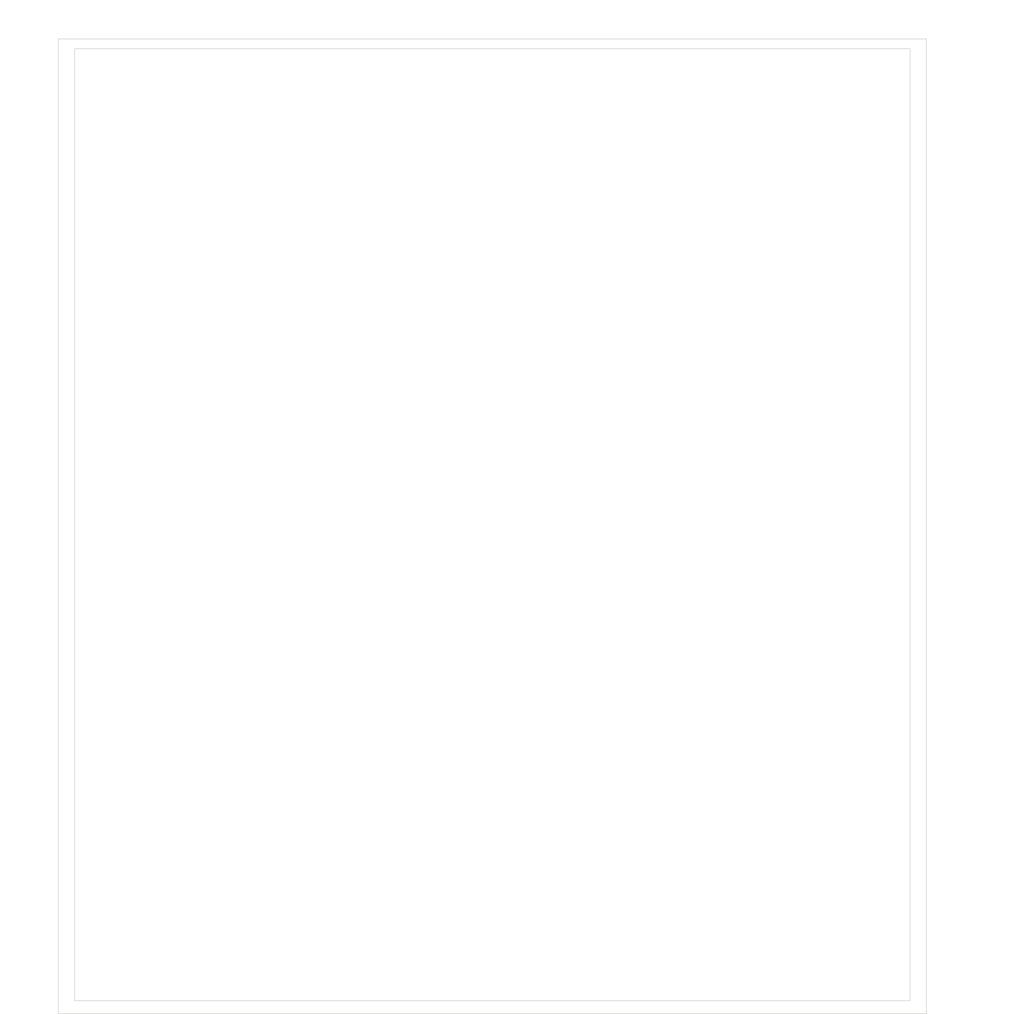
<source format=kicad_pcb>
(kicad_pcb (version 20171130) (host pcbnew "(5.1.5)-3")

  (general
    (thickness 1.6)
    (drawings 86)
    (tracks 0)
    (zones 0)
    (modules 0)
    (nets 1)
  )

  (page C)
  (title_block
    (title microRusEfi_panel)
    (date 2020-06-07)
    (rev R0.5.1)
  )

  (layers
    (0 F.Cu signal)
    (31 B.Cu signal)
    (32 B.Adhes user)
    (33 F.Adhes user)
    (34 B.Paste user)
    (35 F.Paste user)
    (36 B.SilkS user)
    (37 F.SilkS user)
    (38 B.Mask user)
    (39 F.Mask user)
    (40 Dwgs.User user)
    (41 Cmts.User user)
    (42 Eco1.User user)
    (43 Eco2.User user)
    (44 Edge.Cuts user)
    (45 Margin user)
    (46 B.CrtYd user)
    (47 F.CrtYd user)
    (48 B.Fab user)
    (49 F.Fab user)
  )

  (setup
    (last_trace_width 0.2032)
    (user_trace_width 0.2032)
    (user_trace_width 0.2159)
    (user_trace_width 0.2159)
    (user_trace_width 0.3048)
    (user_trace_width 0.4064)
    (user_trace_width 0.55)
    (user_trace_width 0.6)
    (user_trace_width 1.0668)
    (user_trace_width 1.651)
    (user_trace_width 1.6764)
    (user_trace_width 2.7178)
    (user_trace_width 0.2032)
    (user_trace_width 0.2159)
    (user_trace_width 0.2159)
    (user_trace_width 0.3048)
    (user_trace_width 0.4064)
    (user_trace_width 0.55)
    (user_trace_width 0.6)
    (user_trace_width 1.0668)
    (user_trace_width 1.651)
    (user_trace_width 1.6764)
    (user_trace_width 2.7178)
    (user_trace_width 0.2032)
    (user_trace_width 0.2159)
    (user_trace_width 0.2159)
    (user_trace_width 0.3048)
    (user_trace_width 0.4064)
    (user_trace_width 0.55)
    (user_trace_width 0.6)
    (user_trace_width 1.0668)
    (user_trace_width 1.651)
    (user_trace_width 1.6764)
    (user_trace_width 2.7178)
    (trace_clearance 0.1524)
    (zone_clearance 0.2286)
    (zone_45_only no)
    (trace_min 0.2032)
    (via_size 0.6)
    (via_drill 0.3)
    (via_min_size 0.2)
    (via_min_drill 0.3)
    (user_via 0.6 0.3)
    (user_via 0.78994 0.43434)
    (user_via 1 0.5)
    (user_via 1.54178 1.18618)
    (user_via 0.6 0.3)
    (user_via 0.78994 0.43434)
    (user_via 1 0.5)
    (user_via 1.54178 1.18618)
    (user_via 0.6 0.3)
    (user_via 0.78994 0.43434)
    (user_via 1 0.5)
    (user_via 1.54178 1.18618)
    (uvia_size 0.508)
    (uvia_drill 0.127)
    (uvias_allowed no)
    (uvia_min_size 0.508)
    (uvia_min_drill 0.127)
    (edge_width 0.2)
    (segment_width 0.2)
    (pcb_text_width 0.3)
    (pcb_text_size 1.5 1.5)
    (mod_edge_width 0.25)
    (mod_text_size 0.75 0.75)
    (mod_text_width 0.13)
    (pad_size 2 3.8)
    (pad_drill 0)
    (pad_to_mask_clearance 0.000076)
    (aux_axis_origin 0 0)
    (visible_elements 7FFDB67F)
    (pcbplotparams
      (layerselection 0x010fc_ffffffff)
      (usegerberextensions false)
      (usegerberattributes true)
      (usegerberadvancedattributes false)
      (creategerberjobfile false)
      (excludeedgelayer false)
      (linewidth 0.100000)
      (plotframeref false)
      (viasonmask false)
      (mode 1)
      (useauxorigin true)
      (hpglpennumber 1)
      (hpglpenspeed 20)
      (hpglpendiameter 15.000000)
      (psnegative false)
      (psa4output false)
      (plotreference true)
      (plotvalue true)
      (plotinvisibletext false)
      (padsonsilk false)
      (subtractmaskfromsilk false)
      (outputformat 1)
      (mirror false)
      (drillshape 0)
      (scaleselection 1)
      (outputdirectory "gerbers/0.5.0/"))
  )

  (net 0 "")

  (net_class Default "This is the default net class."
    (clearance 0.1524)
    (trace_width 0.2032)
    (via_dia 0.6)
    (via_drill 0.3)
    (uvia_dia 0.508)
    (uvia_drill 0.127)
    (diff_pair_width 0.2032)
    (diff_pair_gap 0.25)
  )

  (net_class "1A EXTERNAL" ""
    (clearance 0.1905)
    (trace_width 0.3048)
    (via_dia 0.6858)
    (via_drill 0.3302)
    (uvia_dia 0.508)
    (uvia_drill 0.127)
    (diff_pair_width 0.2032)
    (diff_pair_gap 0.25)
  )

  (net_class "2.5A EXTERNAL" ""
    (clearance 0.1905)
    (trace_width 1.0668)
    (via_dia 0.6858)
    (via_drill 0.3302)
    (uvia_dia 0.508)
    (uvia_drill 0.127)
    (diff_pair_width 0.2032)
    (diff_pair_gap 0.25)
  )

  (net_class "3,5A EXT HIGH VOLTAGE" ""
    (clearance 1.016)
    (trace_width 1.6764)
    (via_dia 0.6858)
    (via_drill 0.3302)
    (uvia_dia 0.508)
    (uvia_drill 0.127)
    (diff_pair_width 0.2032)
    (diff_pair_gap 0.25)
  )

  (net_class "3.5A EXTERNAL" ""
    (clearance 0.1905)
    (trace_width 1.651)
    (via_dia 1.0922)
    (via_drill 0.6858)
    (uvia_dia 0.508)
    (uvia_drill 0.127)
    (diff_pair_width 0.2032)
    (diff_pair_gap 0.25)
  )

  (net_class "5A EXTERNAL" ""
    (clearance 0.2159)
    (trace_width 1.0668)
    (via_dia 1.54178)
    (via_drill 1.18618)
    (uvia_dia 0.508)
    (uvia_drill 0.127)
    (diff_pair_width 0.2032)
    (diff_pair_gap 0.25)
  )

  (net_class CUSTOM ""
    (clearance 0.1524)
    (trace_width 0.25)
    (via_dia 0.6)
    (via_drill 0.3)
    (uvia_dia 0.508)
    (uvia_drill 0.127)
    (diff_pair_width 0.2032)
    (diff_pair_gap 0.25)
  )

  (net_class "CUSTOM 0.6" ""
    (clearance 0.1524)
    (trace_width 0.6)
    (via_dia 1)
    (via_drill 0.4)
    (uvia_dia 0.508)
    (uvia_drill 0.127)
    (diff_pair_width 0.2032)
    (diff_pair_gap 0.25)
  )

  (net_class MIN_EXTERN_188A ""
    (clearance 0.1524)
    (trace_width 0.2032)
    (via_dia 0.6858)
    (via_drill 0.3302)
    (uvia_dia 0.508)
    (uvia_drill 0.127)
    (diff_pair_width 0.2032)
    (diff_pair_gap 0.25)
  )

  (net_class MIN_EXTERN_241A ""
    (clearance 0.1524)
    (trace_width 0.2159)
    (via_dia 0.6)
    (via_drill 0.3)
    (uvia_dia 0.508)
    (uvia_drill 0.127)
    (diff_pair_width 0.2032)
    (diff_pair_gap 0.25)
  )

  (gr_line (start 58 327) (end 58 332) (layer Eco1.User) (width 0.15) (tstamp 5EE17305))
  (gr_line (start 192 327) (end 192 332) (layer Eco1.User) (width 0.15) (tstamp 5EE17304))
  (gr_line (start 81 327) (end 81 332) (layer Eco1.User) (width 0.15) (tstamp 5EE17303))
  (gr_line (start 107 327) (end 107 332) (layer Eco1.User) (width 0.15) (tstamp 5EE17302))
  (gr_line (start 143 327) (end 143 332) (layer Eco1.User) (width 0.15) (tstamp 5EE17301))
  (gr_line (start 228 327) (end 228 332) (layer Eco1.User) (width 0.15) (tstamp 5EE17300))
  (gr_line (start 166 327) (end 166 332) (layer Eco1.User) (width 0.15) (tstamp 5EE172FF))
  (gr_line (start 277 327) (end 277 332) (layer Eco1.User) (width 0.15) (tstamp 5EE172FE))
  (gr_line (start 251 327) (end 251 332) (layer Eco1.User) (width 0.15) (tstamp 5EE172FD))
  (gr_line (start 166 36) (end 166 41) (layer Eco1.User) (width 0.15) (tstamp 5EE172F3))
  (gr_line (start 251 36) (end 251 41) (layer Eco1.User) (width 0.15) (tstamp 5EE172F2))
  (gr_line (start 81 36) (end 81 41) (layer Eco1.User) (width 0.15) (tstamp 5EE172F1))
  (gr_line (start 107 36) (end 107 41) (layer Eco1.User) (width 0.15) (tstamp 5EE172F0))
  (gr_line (start 58 36) (end 58 41) (layer Eco1.User) (width 0.15) (tstamp 5EE172EF))
  (gr_line (start 143 36) (end 143 41) (layer Eco1.User) (width 0.15) (tstamp 5EE172EE))
  (gr_line (start 277 36) (end 277 41) (layer Eco1.User) (width 0.15) (tstamp 5EE172ED))
  (gr_line (start 192 36) (end 192 41) (layer Eco1.User) (width 0.15) (tstamp 5EE172EC))
  (gr_line (start 228 36) (end 228 41) (layer Eco1.User) (width 0.15) (tstamp 5EE172EB))
  (gr_line (start 251 133) (end 251 138) (layer Eco1.User) (width 0.15) (tstamp 5EE172E1))
  (gr_line (start 143 133) (end 143 138) (layer Eco1.User) (width 0.15) (tstamp 5EE172E0))
  (gr_line (start 228 133) (end 228 138) (layer Eco1.User) (width 0.15) (tstamp 5EE172DF))
  (gr_line (start 192 133) (end 192 138) (layer Eco1.User) (width 0.15) (tstamp 5EE172DE))
  (gr_line (start 277 133) (end 277 138) (layer Eco1.User) (width 0.15) (tstamp 5EE172DD))
  (gr_line (start 58 133) (end 58 138) (layer Eco1.User) (width 0.15) (tstamp 5EE172DC))
  (gr_line (start 81 133) (end 81 138) (layer Eco1.User) (width 0.15) (tstamp 5EE172DB))
  (gr_line (start 107 133) (end 107 138) (layer Eco1.User) (width 0.15) (tstamp 5EE172DA))
  (gr_line (start 166 133) (end 166 138) (layer Eco1.User) (width 0.15) (tstamp 5EE172D9))
  (gr_line (start 228 230) (end 228 235) (layer Eco1.User) (width 0.15) (tstamp 5EE16ADE))
  (gr_line (start 277 230) (end 277 235) (layer Eco1.User) (width 0.15) (tstamp 5EE16ADD))
  (gr_line (start 251 230) (end 251 235) (layer Eco1.User) (width 0.15) (tstamp 5EE16ADC))
  (gr_line (start 143 230) (end 143 235) (layer Eco1.User) (width 0.15) (tstamp 5EE16AD8))
  (gr_line (start 166 230) (end 166 235) (layer Eco1.User) (width 0.15) (tstamp 5EE16AD7))
  (gr_line (start 192 230) (end 192 235) (layer Eco1.User) (width 0.15) (tstamp 5EE16AD6))
  (gr_line (start 81 230) (end 81 235) (layer Eco1.User) (width 0.15))
  (gr_line (start 107 230) (end 107 235) (layer Eco1.User) (width 0.15))
  (gr_line (start 58 230) (end 58 235) (layer Eco1.User) (width 0.15))
  (gr_line (start 300 335) (end 33 335) (layer Edge.Cuts) (width 0.2))
  (gr_line (start 38 331) (end 295 331) (layer Edge.Cuts) (width 0.2) (tstamp 5EE16AC7))
  (gr_line (start 122 251) (end 127 251) (layer Eco1.User) (width 0.15) (tstamp 5EE0EE4B))
  (gr_line (start 122 299) (end 127 299) (layer Eco1.User) (width 0.15) (tstamp 5EE0EA61))
  (gr_line (start 292 275) (end 297 275) (layer Eco1.User) (width 0.15) (tstamp 5EE0EA59))
  (gr_line (start 122 275) (end 127 275) (layer Eco1.User) (width 0.15) (tstamp 5EE0EA58))
  (gr_line (start 37 299) (end 42 299) (layer Eco1.User) (width 0.15) (tstamp 5EE0EA57))
  (gr_line (start 37 275) (end 42 275) (layer Eco1.User) (width 0.15) (tstamp 5EE0EA56))
  (gr_line (start 207 299) (end 212 299) (layer Eco1.User) (width 0.15) (tstamp 5EE0EA55))
  (gr_line (start 37 251) (end 42 251) (layer Eco1.User) (width 0.15) (tstamp 5EE0EA54))
  (gr_line (start 207 275) (end 212 275) (layer Eco1.User) (width 0.15) (tstamp 5EE0EA53))
  (gr_line (start 292 299) (end 297 299) (layer Eco1.User) (width 0.15) (tstamp 5EE0EA4D))
  (gr_line (start 207 251) (end 212 251) (layer Eco1.User) (width 0.15) (tstamp 5EE0E261))
  (gr_line (start 292 251) (end 297 251) (layer Eco1.User) (width 0.15) (tstamp 5EE0E260))
  (gr_line (start 122 202) (end 127 202) (layer Eco1.User) (width 0.15) (tstamp 5EDFE425))
  (gr_line (start 122 178) (end 127 178) (layer Eco1.User) (width 0.15) (tstamp 5EDFE424))
  (gr_line (start 37 202) (end 42 202) (layer Eco1.User) (width 0.15) (tstamp 5EDFE423))
  (gr_line (start 37 178) (end 42 178) (layer Eco1.User) (width 0.15) (tstamp 5EDFE422))
  (gr_line (start 37 154) (end 42 154) (layer Eco1.User) (width 0.15) (tstamp 5EDFE421))
  (gr_line (start 207 202) (end 212 202) (layer Eco1.User) (width 0.15) (tstamp 5EDFE420))
  (gr_line (start 292 178) (end 297 178) (layer Eco1.User) (width 0.15) (tstamp 5EDFE41F))
  (gr_line (start 292 202) (end 297 202) (layer Eco1.User) (width 0.15) (tstamp 5EDFE41E))
  (gr_line (start 207 178) (end 212 178) (layer Eco1.User) (width 0.15) (tstamp 5EDFE41D))
  (gr_line (start 207 154) (end 212 154) (layer Eco1.User) (width 0.15) (tstamp 5EDFE41C))
  (gr_line (start 292 154) (end 297 154) (layer Eco1.User) (width 0.15) (tstamp 5EDFE41B))
  (gr_line (start 122 154) (end 127 154) (layer Eco1.User) (width 0.15) (tstamp 5EDFDF54))
  (gr_line (start 300 35) (end 33 35) (layer Edge.Cuts) (width 0.2))
  (gr_line (start 38 38) (end 295 38) (layer Edge.Cuts) (width 0.2))
  (gr_line (start 292 57) (end 297 57) (layer Eco1.User) (width 0.15) (tstamp 5EDE4966))
  (gr_line (start 292 105) (end 297 105) (layer Eco1.User) (width 0.15) (tstamp 5EDE4965))
  (gr_line (start 292 81) (end 297 81) (layer Eco1.User) (width 0.15) (tstamp 5EDE4964))
  (gr_line (start 207 105) (end 212 105) (layer Eco1.User) (width 0.15) (tstamp 5EDE4960))
  (gr_line (start 207 57) (end 212 57) (layer Eco1.User) (width 0.15) (tstamp 5EDE495F))
  (gr_line (start 207 81) (end 212 81) (layer Eco1.User) (width 0.15) (tstamp 5EDE495E))
  (gr_line (start 37 57) (end 42 57) (layer Eco1.User) (width 0.15) (tstamp 5EDE495A))
  (gr_line (start 37 81) (end 42 81) (layer Eco1.User) (width 0.15) (tstamp 5EDE4959))
  (gr_line (start 37 105) (end 42 105) (layer Eco1.User) (width 0.15) (tstamp 5EDE4958))
  (gr_line (start 122 81) (end 127 81) (layer Eco1.User) (width 0.15))
  (gr_line (start 122 105) (end 127 105) (layer Eco1.User) (width 0.15))
  (gr_line (start 122 57) (end 127 57) (layer Eco1.User) (width 0.15))
  (gr_line (start 295 38) (end 295 331) (layer Edge.Cuts) (width 0.2) (tstamp 5EE04BDA))
  (gr_line (start 300 335) (end 300 35) (layer Edge.Cuts) (width 0.2) (tstamp 5EE04BD9))
  (gr_line (start 38 331) (end 38 38) (layer Edge.Cuts) (width 0.2) (tstamp 5EE04BCE))
  (gr_line (start 33 35) (end 33 335) (layer Edge.Cuts) (width 0.2))
  (dimension 100 (width 0.1) (layer Dwgs.User) (tstamp 5EE04BCA)
    (gr_text "100.000 mm" (at 80 23.75) (layer Dwgs.User) (tstamp 5EE04BCA)
      (effects (font (size 1 1) (thickness 0.15)))
    )
    (feature1 (pts (xy 130 35) (xy 130 24.413579)))
    (feature2 (pts (xy 30 35) (xy 30 24.413579)))
    (crossbar (pts (xy 30 25) (xy 130 25)))
    (arrow1a (pts (xy 130 25) (xy 128.873496 25.586421)))
    (arrow1b (pts (xy 130 25) (xy 128.873496 24.413579)))
    (arrow2a (pts (xy 30 25) (xy 31.126504 25.586421)))
    (arrow2b (pts (xy 30 25) (xy 31.126504 24.413579)))
  )
  (dimension 100 (width 0.1) (layer Dwgs.User) (tstamp 5EE04BC3)
    (gr_text "100.000 mm" (at 180 23.75) (layer Dwgs.User) (tstamp 5EE04BC3)
      (effects (font (size 1 1) (thickness 0.15)))
    )
    (feature1 (pts (xy 230 35) (xy 230 24.413579)))
    (feature2 (pts (xy 130 35) (xy 130 24.413579)))
    (crossbar (pts (xy 130 25) (xy 230 25)))
    (arrow1a (pts (xy 230 25) (xy 228.873496 25.586421)))
    (arrow1b (pts (xy 230 25) (xy 228.873496 24.413579)))
    (arrow2a (pts (xy 130 25) (xy 131.126504 25.586421)))
    (arrow2b (pts (xy 130 25) (xy 131.126504 24.413579)))
  )
  (dimension 100 (width 0.1) (layer Dwgs.User)
    (gr_text "100.000 mm" (at 18.750001 285 270) (layer Dwgs.User)
      (effects (font (size 1 1) (thickness 0.15)))
    )
    (feature1 (pts (xy 30 335) (xy 19.41358 335)))
    (feature2 (pts (xy 30 235) (xy 19.41358 235)))
    (crossbar (pts (xy 20.000001 235) (xy 20.000001 335)))
    (arrow1a (pts (xy 20.000001 335) (xy 19.41358 333.873496)))
    (arrow1b (pts (xy 20.000001 335) (xy 20.586422 333.873496)))
    (arrow2a (pts (xy 20.000001 235) (xy 19.41358 236.126504)))
    (arrow2b (pts (xy 20.000001 235) (xy 20.586422 236.126504)))
  )
  (dimension 100 (width 0.1) (layer Dwgs.User)
    (gr_text "100.000 mm" (at 18.750001 185 270) (layer Dwgs.User)
      (effects (font (size 1 1) (thickness 0.15)))
    )
    (feature1 (pts (xy 30 235) (xy 19.41358 235)))
    (feature2 (pts (xy 30 135) (xy 19.41358 135)))
    (crossbar (pts (xy 20.000001 135) (xy 20.000001 235)))
    (arrow1a (pts (xy 20.000001 235) (xy 19.41358 233.873496)))
    (arrow1b (pts (xy 20.000001 235) (xy 20.586422 233.873496)))
    (arrow2a (pts (xy 20.000001 135) (xy 19.41358 136.126504)))
    (arrow2b (pts (xy 20.000001 135) (xy 20.586422 136.126504)))
  )
  (dimension 100 (width 0.1) (layer Dwgs.User)
    (gr_text "100.000 mm" (at 18.75 85 270) (layer Dwgs.User)
      (effects (font (size 1 1) (thickness 0.15)))
    )
    (feature1 (pts (xy 30 135) (xy 19.413579 135)))
    (feature2 (pts (xy 30 35) (xy 19.413579 35)))
    (crossbar (pts (xy 20 35) (xy 20 135)))
    (arrow1a (pts (xy 20 135) (xy 19.413579 133.873496)))
    (arrow1b (pts (xy 20 135) (xy 20.586421 133.873496)))
    (arrow2a (pts (xy 20 35) (xy 19.413579 36.126504)))
    (arrow2b (pts (xy 20 35) (xy 20.586421 36.126504)))
  )
  (dimension 100 (width 0.1) (layer Dwgs.User)
    (gr_text "100.000 mm" (at 280 23.75) (layer Dwgs.User)
      (effects (font (size 1 1) (thickness 0.15)))
    )
    (feature1 (pts (xy 330 35) (xy 330 24.413579)))
    (feature2 (pts (xy 230 35) (xy 230 24.413579)))
    (crossbar (pts (xy 230 25) (xy 330 25)))
    (arrow1a (pts (xy 330 25) (xy 328.873496 25.586421)))
    (arrow1b (pts (xy 330 25) (xy 328.873496 24.413579)))
    (arrow2a (pts (xy 230 25) (xy 231.126504 25.586421)))
    (arrow2b (pts (xy 230 25) (xy 231.126504 24.413579)))
  )

)

</source>
